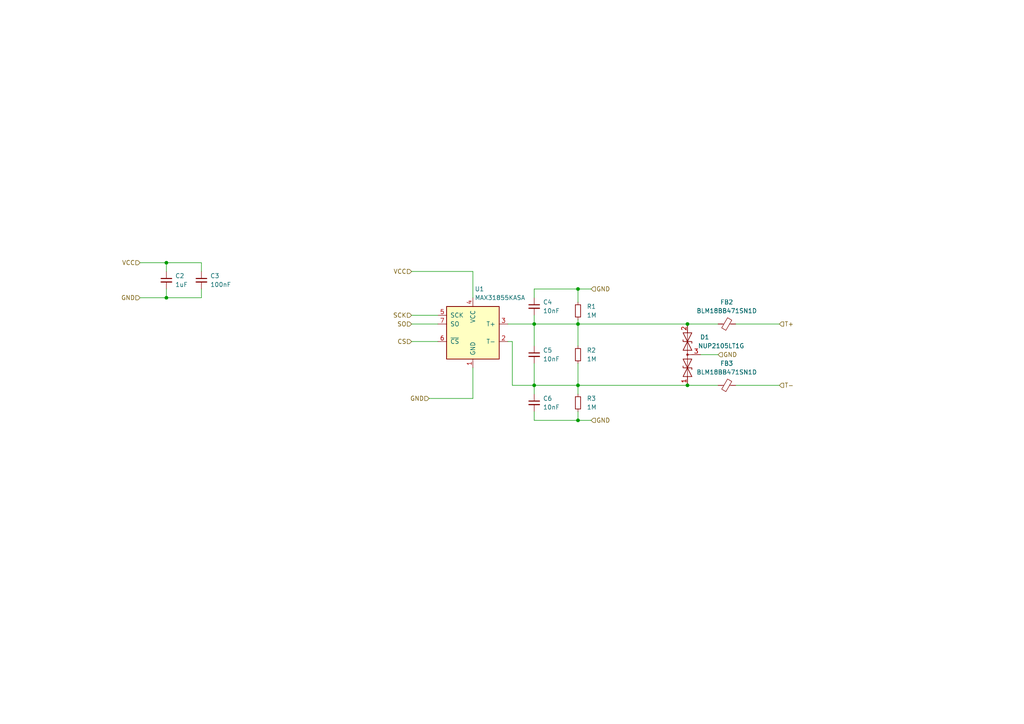
<source format=kicad_sch>
(kicad_sch (version 20211123) (generator eeschema)

  (uuid 1895faed-13c7-4877-930c-ef39a1d7419c)

  (paper "A4")

  (lib_symbols
    (symbol "Device:C_Small" (pin_numbers hide) (pin_names (offset 0.254) hide) (in_bom yes) (on_board yes)
      (property "Reference" "C" (id 0) (at 0.254 1.778 0)
        (effects (font (size 1.27 1.27)) (justify left))
      )
      (property "Value" "C_Small" (id 1) (at 0.254 -2.032 0)
        (effects (font (size 1.27 1.27)) (justify left))
      )
      (property "Footprint" "" (id 2) (at 0 0 0)
        (effects (font (size 1.27 1.27)) hide)
      )
      (property "Datasheet" "~" (id 3) (at 0 0 0)
        (effects (font (size 1.27 1.27)) hide)
      )
      (property "ki_keywords" "capacitor cap" (id 4) (at 0 0 0)
        (effects (font (size 1.27 1.27)) hide)
      )
      (property "ki_description" "Unpolarized capacitor, small symbol" (id 5) (at 0 0 0)
        (effects (font (size 1.27 1.27)) hide)
      )
      (property "ki_fp_filters" "C_*" (id 6) (at 0 0 0)
        (effects (font (size 1.27 1.27)) hide)
      )
      (symbol "C_Small_0_1"
        (polyline
          (pts
            (xy -1.524 -0.508)
            (xy 1.524 -0.508)
          )
          (stroke (width 0.3302) (type default) (color 0 0 0 0))
          (fill (type none))
        )
        (polyline
          (pts
            (xy -1.524 0.508)
            (xy 1.524 0.508)
          )
          (stroke (width 0.3048) (type default) (color 0 0 0 0))
          (fill (type none))
        )
      )
      (symbol "C_Small_1_1"
        (pin passive line (at 0 2.54 270) (length 2.032)
          (name "~" (effects (font (size 1.27 1.27))))
          (number "1" (effects (font (size 1.27 1.27))))
        )
        (pin passive line (at 0 -2.54 90) (length 2.032)
          (name "~" (effects (font (size 1.27 1.27))))
          (number "2" (effects (font (size 1.27 1.27))))
        )
      )
    )
    (symbol "Device:FerriteBead_Small" (pin_numbers hide) (pin_names (offset 0)) (in_bom yes) (on_board yes)
      (property "Reference" "FB" (id 0) (at 1.905 1.27 0)
        (effects (font (size 1.27 1.27)) (justify left))
      )
      (property "Value" "FerriteBead_Small" (id 1) (at 1.905 -1.27 0)
        (effects (font (size 1.27 1.27)) (justify left))
      )
      (property "Footprint" "" (id 2) (at -1.778 0 90)
        (effects (font (size 1.27 1.27)) hide)
      )
      (property "Datasheet" "~" (id 3) (at 0 0 0)
        (effects (font (size 1.27 1.27)) hide)
      )
      (property "ki_keywords" "L ferrite bead inductor filter" (id 4) (at 0 0 0)
        (effects (font (size 1.27 1.27)) hide)
      )
      (property "ki_description" "Ferrite bead, small symbol" (id 5) (at 0 0 0)
        (effects (font (size 1.27 1.27)) hide)
      )
      (property "ki_fp_filters" "Inductor_* L_* *Ferrite*" (id 6) (at 0 0 0)
        (effects (font (size 1.27 1.27)) hide)
      )
      (symbol "FerriteBead_Small_0_1"
        (polyline
          (pts
            (xy 0 -1.27)
            (xy 0 -0.7874)
          )
          (stroke (width 0) (type default) (color 0 0 0 0))
          (fill (type none))
        )
        (polyline
          (pts
            (xy 0 0.889)
            (xy 0 1.2954)
          )
          (stroke (width 0) (type default) (color 0 0 0 0))
          (fill (type none))
        )
        (polyline
          (pts
            (xy -1.8288 0.2794)
            (xy -1.1176 1.4986)
            (xy 1.8288 -0.2032)
            (xy 1.1176 -1.4224)
            (xy -1.8288 0.2794)
          )
          (stroke (width 0) (type default) (color 0 0 0 0))
          (fill (type none))
        )
      )
      (symbol "FerriteBead_Small_1_1"
        (pin passive line (at 0 2.54 270) (length 1.27)
          (name "~" (effects (font (size 1.27 1.27))))
          (number "1" (effects (font (size 1.27 1.27))))
        )
        (pin passive line (at 0 -2.54 90) (length 1.27)
          (name "~" (effects (font (size 1.27 1.27))))
          (number "2" (effects (font (size 1.27 1.27))))
        )
      )
    )
    (symbol "Device:R_Small" (pin_numbers hide) (pin_names (offset 0.254) hide) (in_bom yes) (on_board yes)
      (property "Reference" "R" (id 0) (at 0.762 0.508 0)
        (effects (font (size 1.27 1.27)) (justify left))
      )
      (property "Value" "R_Small" (id 1) (at 0.762 -1.016 0)
        (effects (font (size 1.27 1.27)) (justify left))
      )
      (property "Footprint" "" (id 2) (at 0 0 0)
        (effects (font (size 1.27 1.27)) hide)
      )
      (property "Datasheet" "~" (id 3) (at 0 0 0)
        (effects (font (size 1.27 1.27)) hide)
      )
      (property "ki_keywords" "R resistor" (id 4) (at 0 0 0)
        (effects (font (size 1.27 1.27)) hide)
      )
      (property "ki_description" "Resistor, small symbol" (id 5) (at 0 0 0)
        (effects (font (size 1.27 1.27)) hide)
      )
      (property "ki_fp_filters" "R_*" (id 6) (at 0 0 0)
        (effects (font (size 1.27 1.27)) hide)
      )
      (symbol "R_Small_0_1"
        (rectangle (start -0.762 1.778) (end 0.762 -1.778)
          (stroke (width 0.2032) (type default) (color 0 0 0 0))
          (fill (type none))
        )
      )
      (symbol "R_Small_1_1"
        (pin passive line (at 0 2.54 270) (length 0.762)
          (name "~" (effects (font (size 1.27 1.27))))
          (number "1" (effects (font (size 1.27 1.27))))
        )
        (pin passive line (at 0 -2.54 90) (length 0.762)
          (name "~" (effects (font (size 1.27 1.27))))
          (number "2" (effects (font (size 1.27 1.27))))
        )
      )
    )
    (symbol "Diode:SM712_SOT23" (pin_names (offset 1.016) hide) (in_bom yes) (on_board yes)
      (property "Reference" "D" (id 0) (at 0 4.445 0)
        (effects (font (size 1.27 1.27)))
      )
      (property "Value" "SM712_SOT23" (id 1) (at 0 2.54 0)
        (effects (font (size 1.27 1.27)))
      )
      (property "Footprint" "Package_TO_SOT_SMD:SOT-23" (id 2) (at 0 -8.89 0)
        (effects (font (size 1.27 1.27)) hide)
      )
      (property "Datasheet" "https://www.littelfuse.com/~/media/electronics/datasheets/tvs_diode_arrays/littelfuse_tvs_diode_array_sm712_datasheet.pdf.pdf" (id 3) (at -3.81 0 0)
        (effects (font (size 1.27 1.27)) hide)
      )
      (property "ki_keywords" "transient voltage suppressor thyrector transil" (id 4) (at 0 0 0)
        (effects (font (size 1.27 1.27)) hide)
      )
      (property "ki_description" "7V/12V, 600W Asymmetrical TVS Diode Array, SOT-23" (id 5) (at 0 0 0)
        (effects (font (size 1.27 1.27)) hide)
      )
      (property "ki_fp_filters" "SOT?23*" (id 6) (at 0 0 0)
        (effects (font (size 1.27 1.27)) hide)
      )
      (symbol "SM712_SOT23_0_0"
        (polyline
          (pts
            (xy 0 -1.27)
            (xy 0 0)
          )
          (stroke (width 0) (type default) (color 0 0 0 0))
          (fill (type none))
        )
      )
      (symbol "SM712_SOT23_0_1"
        (polyline
          (pts
            (xy -6.35 0)
            (xy 6.35 0)
          )
          (stroke (width 0) (type default) (color 0 0 0 0))
          (fill (type none))
        )
        (polyline
          (pts
            (xy -3.302 1.27)
            (xy -3.81 1.27)
            (xy -3.81 -1.27)
            (xy -4.318 -1.27)
          )
          (stroke (width 0.2032) (type default) (color 0 0 0 0))
          (fill (type none))
        )
        (polyline
          (pts
            (xy 4.318 1.27)
            (xy 3.81 1.27)
            (xy 3.81 -1.27)
            (xy 3.302 -1.27)
          )
          (stroke (width 0.2032) (type default) (color 0 0 0 0))
          (fill (type none))
        )
        (polyline
          (pts
            (xy -6.35 -1.27)
            (xy -1.27 1.27)
            (xy -1.27 -1.27)
            (xy -6.35 1.27)
            (xy -6.35 -1.27)
          )
          (stroke (width 0.2032) (type default) (color 0 0 0 0))
          (fill (type none))
        )
        (polyline
          (pts
            (xy 1.27 -1.27)
            (xy 1.27 1.27)
            (xy 6.35 -1.27)
            (xy 6.35 1.27)
            (xy 1.27 -1.27)
          )
          (stroke (width 0.2032) (type default) (color 0 0 0 0))
          (fill (type none))
        )
        (circle (center 0 0) (radius 0.254)
          (stroke (width 0) (type default) (color 0 0 0 0))
          (fill (type outline))
        )
      )
      (symbol "SM712_SOT23_1_1"
        (pin passive line (at -8.89 0 0) (length 2.54)
          (name "A1" (effects (font (size 1.27 1.27))))
          (number "1" (effects (font (size 1.27 1.27))))
        )
        (pin passive line (at 8.89 0 180) (length 2.54)
          (name "A2" (effects (font (size 1.27 1.27))))
          (number "2" (effects (font (size 1.27 1.27))))
        )
        (pin input line (at 0 -3.81 90) (length 2.54)
          (name "common" (effects (font (size 1.27 1.27))))
          (number "3" (effects (font (size 1.27 1.27))))
        )
      )
    )
    (symbol "Sensor_Temperature:MAX31855KASA" (pin_names (offset 1.016)) (in_bom yes) (on_board yes)
      (property "Reference" "U" (id 0) (at -7.62 8.89 0)
        (effects (font (size 1.27 1.27)) (justify left))
      )
      (property "Value" "MAX31855KASA" (id 1) (at 1.27 8.89 0)
        (effects (font (size 1.27 1.27)) (justify left))
      )
      (property "Footprint" "Package_SO:SOIC-8_3.9x4.9mm_P1.27mm" (id 2) (at 25.4 -8.89 0)
        (effects (font (size 1.27 1.27) italic) hide)
      )
      (property "Datasheet" "http://datasheets.maximintegrated.com/en/ds/MAX31855.pdf" (id 3) (at 0 0 0)
        (effects (font (size 1.27 1.27)) hide)
      )
      (property "ki_keywords" "Cold Junction Termocouple Interface SPI" (id 4) (at 0 0 0)
        (effects (font (size 1.27 1.27)) hide)
      )
      (property "ki_description" "Cold Junction K-type Termocouple Interface, SPI, SO8" (id 5) (at 0 0 0)
        (effects (font (size 1.27 1.27)) hide)
      )
      (property "ki_fp_filters" "SOIC*3.9x4.9mm*P1.27mm*" (id 6) (at 0 0 0)
        (effects (font (size 1.27 1.27)) hide)
      )
      (symbol "MAX31855KASA_0_1"
        (rectangle (start -7.62 7.62) (end 7.62 -7.62)
          (stroke (width 0.254) (type default) (color 0 0 0 0))
          (fill (type background))
        )
      )
      (symbol "MAX31855KASA_1_1"
        (pin power_in line (at 0 -10.16 90) (length 2.54)
          (name "GND" (effects (font (size 1.27 1.27))))
          (number "1" (effects (font (size 1.27 1.27))))
        )
        (pin passive line (at -10.16 -2.54 0) (length 2.54)
          (name "T-" (effects (font (size 1.27 1.27))))
          (number "2" (effects (font (size 1.27 1.27))))
        )
        (pin passive line (at -10.16 2.54 0) (length 2.54)
          (name "T+" (effects (font (size 1.27 1.27))))
          (number "3" (effects (font (size 1.27 1.27))))
        )
        (pin power_in line (at 0 10.16 270) (length 2.54)
          (name "VCC" (effects (font (size 1.27 1.27))))
          (number "4" (effects (font (size 1.27 1.27))))
        )
        (pin input line (at 10.16 5.08 180) (length 2.54)
          (name "SCK" (effects (font (size 1.27 1.27))))
          (number "5" (effects (font (size 1.27 1.27))))
        )
        (pin input line (at 10.16 -2.54 180) (length 2.54)
          (name "~{CS}" (effects (font (size 1.27 1.27))))
          (number "6" (effects (font (size 1.27 1.27))))
        )
        (pin tri_state line (at 10.16 2.54 180) (length 2.54)
          (name "SO" (effects (font (size 1.27 1.27))))
          (number "7" (effects (font (size 1.27 1.27))))
        )
      )
    )
  )

  (junction (at 199.39 93.98) (diameter 0) (color 0 0 0 0)
    (uuid 07095bf9-3086-4dee-9fe9-df646e71f4fc)
  )
  (junction (at 167.64 83.82) (diameter 0) (color 0 0 0 0)
    (uuid 15281668-61b2-4d28-be0d-ea72bdccecc1)
  )
  (junction (at 48.26 76.2) (diameter 0) (color 0 0 0 0)
    (uuid 212da851-77fd-45da-a845-322016a4f85e)
  )
  (junction (at 167.64 121.92) (diameter 0) (color 0 0 0 0)
    (uuid 573e4a49-f202-40cf-b829-d41fd8ee13eb)
  )
  (junction (at 154.94 93.98) (diameter 0) (color 0 0 0 0)
    (uuid 65fb93ff-85f6-47c5-b0fd-8c199e729452)
  )
  (junction (at 199.39 111.76) (diameter 0) (color 0 0 0 0)
    (uuid 783cbb16-b60c-4a78-bc82-2f44c2277962)
  )
  (junction (at 48.26 86.36) (diameter 0) (color 0 0 0 0)
    (uuid 9d163486-f7b0-4735-bcfa-f6e8f14a6187)
  )
  (junction (at 167.64 111.76) (diameter 0) (color 0 0 0 0)
    (uuid bea16f0c-e40e-4b0b-9d35-185d1a671b0a)
  )
  (junction (at 154.94 111.76) (diameter 0) (color 0 0 0 0)
    (uuid db16ae9f-9175-448d-b895-40920565e24c)
  )
  (junction (at 167.64 93.98) (diameter 0) (color 0 0 0 0)
    (uuid dd5059d9-7b22-4051-b246-b5c94e1bc3f8)
  )

  (wire (pts (xy 167.64 111.76) (xy 199.39 111.76))
    (stroke (width 0) (type default) (color 0 0 0 0))
    (uuid 066ab98d-3908-4ff0-b5ed-ec69b7f2d733)
  )
  (wire (pts (xy 167.64 105.41) (xy 167.64 111.76))
    (stroke (width 0) (type default) (color 0 0 0 0))
    (uuid 06fd8057-f8a1-48c9-8b73-b6957816fbfc)
  )
  (wire (pts (xy 167.64 93.98) (xy 167.64 100.33))
    (stroke (width 0) (type default) (color 0 0 0 0))
    (uuid 125d54fa-27ca-4ad4-98b6-4d018d2df7c2)
  )
  (wire (pts (xy 167.64 119.38) (xy 167.64 121.92))
    (stroke (width 0) (type default) (color 0 0 0 0))
    (uuid 28890a48-588a-4f1f-86a4-f6415f9a1269)
  )
  (wire (pts (xy 147.32 93.98) (xy 154.94 93.98))
    (stroke (width 0) (type default) (color 0 0 0 0))
    (uuid 2a99f48a-6d10-4a35-aecd-da06a5ddd200)
  )
  (wire (pts (xy 167.64 83.82) (xy 154.94 83.82))
    (stroke (width 0) (type default) (color 0 0 0 0))
    (uuid 2b81f0d0-babd-4075-b3ea-908971bbe4c7)
  )
  (wire (pts (xy 48.26 76.2) (xy 48.26 78.74))
    (stroke (width 0) (type default) (color 0 0 0 0))
    (uuid 303b0dc3-9fc8-4e22-aed5-9eb049aaf558)
  )
  (wire (pts (xy 148.59 111.76) (xy 148.59 99.06))
    (stroke (width 0) (type default) (color 0 0 0 0))
    (uuid 32c03936-b6b1-4547-ba3b-891d5bae643b)
  )
  (wire (pts (xy 167.64 93.98) (xy 199.39 93.98))
    (stroke (width 0) (type default) (color 0 0 0 0))
    (uuid 37acd586-ce3f-43f3-b78a-be99bfa61661)
  )
  (wire (pts (xy 154.94 111.76) (xy 167.64 111.76))
    (stroke (width 0) (type default) (color 0 0 0 0))
    (uuid 3a914a49-d6c9-4141-9209-22680a081d1b)
  )
  (wire (pts (xy 154.94 93.98) (xy 167.64 93.98))
    (stroke (width 0) (type default) (color 0 0 0 0))
    (uuid 4dd5c2f1-a4aa-41d4-8b2f-53c9b9973cd5)
  )
  (wire (pts (xy 119.38 99.06) (xy 127 99.06))
    (stroke (width 0) (type default) (color 0 0 0 0))
    (uuid 4e031f08-4593-4eab-9073-6bd849ae85dc)
  )
  (wire (pts (xy 58.42 86.36) (xy 58.42 83.82))
    (stroke (width 0) (type default) (color 0 0 0 0))
    (uuid 51c73d3f-262b-452b-a367-8fc88bff4271)
  )
  (wire (pts (xy 137.16 115.57) (xy 137.16 106.68))
    (stroke (width 0) (type default) (color 0 0 0 0))
    (uuid 564ed71b-6a45-436e-8874-f08945c304d9)
  )
  (wire (pts (xy 48.26 83.82) (xy 48.26 86.36))
    (stroke (width 0) (type default) (color 0 0 0 0))
    (uuid 56fcb0c9-d5a6-4c81-ab73-12b31d63add9)
  )
  (wire (pts (xy 167.64 121.92) (xy 154.94 121.92))
    (stroke (width 0) (type default) (color 0 0 0 0))
    (uuid 5e4bdc04-dff2-4089-be58-0f594bc1e236)
  )
  (wire (pts (xy 48.26 76.2) (xy 58.42 76.2))
    (stroke (width 0) (type default) (color 0 0 0 0))
    (uuid 658f59ab-a711-4982-a4ad-6bb023172f12)
  )
  (wire (pts (xy 40.64 86.36) (xy 48.26 86.36))
    (stroke (width 0) (type default) (color 0 0 0 0))
    (uuid 6bf3d2ee-e41c-4077-8cea-60bf64fa6110)
  )
  (wire (pts (xy 148.59 99.06) (xy 147.32 99.06))
    (stroke (width 0) (type default) (color 0 0 0 0))
    (uuid 6f86e9f7-90f7-44fa-9f49-f4d857839369)
  )
  (wire (pts (xy 119.38 78.74) (xy 137.16 78.74))
    (stroke (width 0) (type default) (color 0 0 0 0))
    (uuid 72b63c92-eaa0-4e7b-b12d-0d624400044d)
  )
  (wire (pts (xy 58.42 76.2) (xy 58.42 78.74))
    (stroke (width 0) (type default) (color 0 0 0 0))
    (uuid 7862cfe8-27a0-4970-8841-9325f2f92976)
  )
  (wire (pts (xy 119.38 93.98) (xy 127 93.98))
    (stroke (width 0) (type default) (color 0 0 0 0))
    (uuid 87cf6419-bbaf-4acc-9ecb-2eff820f278f)
  )
  (wire (pts (xy 40.64 76.2) (xy 48.26 76.2))
    (stroke (width 0) (type default) (color 0 0 0 0))
    (uuid 88c6ec88-5343-4c76-b5ca-612ad465def8)
  )
  (wire (pts (xy 171.45 83.82) (xy 167.64 83.82))
    (stroke (width 0) (type default) (color 0 0 0 0))
    (uuid 8cbcfeef-71e7-4446-b160-365373c4083e)
  )
  (wire (pts (xy 154.94 105.41) (xy 154.94 111.76))
    (stroke (width 0) (type default) (color 0 0 0 0))
    (uuid 8f86f68f-a110-49af-9f33-503f253e02dd)
  )
  (wire (pts (xy 167.64 83.82) (xy 167.64 87.63))
    (stroke (width 0) (type default) (color 0 0 0 0))
    (uuid 998d14ce-df33-4f76-84ae-6f334acefe7d)
  )
  (wire (pts (xy 154.94 111.76) (xy 154.94 114.3))
    (stroke (width 0) (type default) (color 0 0 0 0))
    (uuid 9cbbc917-6613-4a63-aba7-87ebd5ecfab5)
  )
  (wire (pts (xy 154.94 93.98) (xy 154.94 100.33))
    (stroke (width 0) (type default) (color 0 0 0 0))
    (uuid a22fb501-815b-4305-b046-134fd0d3803f)
  )
  (wire (pts (xy 203.2 102.87) (xy 208.28 102.87))
    (stroke (width 0) (type default) (color 0 0 0 0))
    (uuid a6048b8f-5fd4-478f-9b0c-28b7c2bacff4)
  )
  (wire (pts (xy 213.36 93.98) (xy 226.06 93.98))
    (stroke (width 0) (type default) (color 0 0 0 0))
    (uuid a7bde02d-da57-413c-ae73-146d119ad730)
  )
  (wire (pts (xy 119.38 91.44) (xy 127 91.44))
    (stroke (width 0) (type default) (color 0 0 0 0))
    (uuid ad31c919-ebf8-4a08-a6fc-68742da07ad8)
  )
  (wire (pts (xy 48.26 86.36) (xy 58.42 86.36))
    (stroke (width 0) (type default) (color 0 0 0 0))
    (uuid aea3cb5d-005a-4b5c-8e4e-a3dce4a155d8)
  )
  (wire (pts (xy 199.39 111.76) (xy 208.28 111.76))
    (stroke (width 0) (type default) (color 0 0 0 0))
    (uuid b6e8173f-4df2-4cb8-bff7-3e218029c7a3)
  )
  (wire (pts (xy 213.36 111.76) (xy 226.06 111.76))
    (stroke (width 0) (type default) (color 0 0 0 0))
    (uuid be30303c-9bfb-4491-b1be-117948b23636)
  )
  (wire (pts (xy 124.46 115.57) (xy 137.16 115.57))
    (stroke (width 0) (type default) (color 0 0 0 0))
    (uuid bfc7c16d-2414-428b-a72f-65b8edef1235)
  )
  (wire (pts (xy 171.45 121.92) (xy 167.64 121.92))
    (stroke (width 0) (type default) (color 0 0 0 0))
    (uuid c0e00908-4add-4fb8-ac99-3701624c3b30)
  )
  (wire (pts (xy 154.94 121.92) (xy 154.94 119.38))
    (stroke (width 0) (type default) (color 0 0 0 0))
    (uuid d558a26a-66e8-4704-b3c4-3698d000f173)
  )
  (wire (pts (xy 137.16 78.74) (xy 137.16 86.36))
    (stroke (width 0) (type default) (color 0 0 0 0))
    (uuid dbfdd455-ee0e-4ed0-b6e6-9e3e6ce6461c)
  )
  (wire (pts (xy 167.64 111.76) (xy 167.64 114.3))
    (stroke (width 0) (type default) (color 0 0 0 0))
    (uuid e28fb0bb-e4fc-4a33-b2b1-0ba4233f221a)
  )
  (wire (pts (xy 154.94 91.44) (xy 154.94 93.98))
    (stroke (width 0) (type default) (color 0 0 0 0))
    (uuid e2e0f64d-076c-40a8-a729-a2855e992c23)
  )
  (wire (pts (xy 167.64 92.71) (xy 167.64 93.98))
    (stroke (width 0) (type default) (color 0 0 0 0))
    (uuid f153d784-f31e-4a2f-8058-abaf5dbd429e)
  )
  (wire (pts (xy 148.59 111.76) (xy 154.94 111.76))
    (stroke (width 0) (type default) (color 0 0 0 0))
    (uuid f748abd1-2b8e-43d2-bbb9-e3311c1d494b)
  )
  (wire (pts (xy 199.39 93.98) (xy 208.28 93.98))
    (stroke (width 0) (type default) (color 0 0 0 0))
    (uuid fadc11a8-6121-428d-a7a8-1be6738b4f5d)
  )
  (wire (pts (xy 154.94 83.82) (xy 154.94 86.36))
    (stroke (width 0) (type default) (color 0 0 0 0))
    (uuid fb681a1c-4668-4410-904d-95a25b79a5d8)
  )

  (hierarchical_label "VCC" (shape input) (at 40.64 76.2 180)
    (effects (font (size 1.27 1.27)) (justify right))
    (uuid 07faef27-05ea-46d4-98a4-1c7c389e5a3e)
  )
  (hierarchical_label "VCC" (shape input) (at 119.38 78.74 180)
    (effects (font (size 1.27 1.27)) (justify right))
    (uuid 38c2f8df-d588-46ab-8c31-640b1f2f033a)
  )
  (hierarchical_label "GND" (shape input) (at 124.46 115.57 180)
    (effects (font (size 1.27 1.27)) (justify right))
    (uuid 3a157695-9c71-4123-9d47-e9f157bde643)
  )
  (hierarchical_label "SCK" (shape input) (at 119.38 91.44 180)
    (effects (font (size 1.27 1.27)) (justify right))
    (uuid 41e98d69-db27-4364-ae81-97930e22df21)
  )
  (hierarchical_label "T-" (shape input) (at 226.06 111.76 0)
    (effects (font (size 1.27 1.27)) (justify left))
    (uuid 569d3216-8f55-4c0e-b975-b61e03c7dba4)
  )
  (hierarchical_label "GND" (shape input) (at 171.45 121.92 0)
    (effects (font (size 1.27 1.27)) (justify left))
    (uuid 5f1f46b4-c75b-4f37-9dc3-c87106246ed3)
  )
  (hierarchical_label "GND" (shape input) (at 208.28 102.87 0)
    (effects (font (size 1.27 1.27)) (justify left))
    (uuid 734a0818-cb2e-4a0a-9c43-4bf7fdfba586)
  )
  (hierarchical_label "GND" (shape input) (at 171.45 83.82 0)
    (effects (font (size 1.27 1.27)) (justify left))
    (uuid 979f4d2f-98ff-4010-ab6e-2c90f4332096)
  )
  (hierarchical_label "CS" (shape input) (at 119.38 99.06 180)
    (effects (font (size 1.27 1.27)) (justify right))
    (uuid 9906749b-d698-4233-803e-ace6d1aa9b67)
  )
  (hierarchical_label "GND" (shape input) (at 40.64 86.36 180)
    (effects (font (size 1.27 1.27)) (justify right))
    (uuid be47c9e4-2d69-4d72-b758-c83399de541a)
  )
  (hierarchical_label "T+" (shape input) (at 226.06 93.98 0)
    (effects (font (size 1.27 1.27)) (justify left))
    (uuid caead3e4-fc08-43d0-8492-bd6a819b7976)
  )
  (hierarchical_label "SO" (shape input) (at 119.38 93.98 180)
    (effects (font (size 1.27 1.27)) (justify right))
    (uuid d69b36fb-0529-4c95-af01-30f4c9255d19)
  )

  (symbol (lib_id "Device:FerriteBead_Small") (at 210.82 93.98 90) (unit 1)
    (in_bom yes) (on_board yes) (fields_autoplaced)
    (uuid 0706dd2e-f8cf-4e73-8b72-c8e2a9ab0260)
    (property "Reference" "FB2" (id 0) (at 210.7819 87.63 90))
    (property "Value" "BLM18BB471SN1D" (id 1) (at 210.7819 90.17 90))
    (property "Footprint" "Inductor_SMD:L_0603_1608Metric" (id 2) (at 210.82 95.758 90)
      (effects (font (size 1.27 1.27)) hide)
    )
    (property "Datasheet" "SCH" (id 3) (at 210.82 93.98 0)
      (effects (font (size 1.27 1.27)) hide)
    )
    (pin "1" (uuid b975f69a-f341-4441-8c20-253a16a93a89))
    (pin "2" (uuid 5efd39dd-8859-4f30-afb3-0cf89caac2ff))
  )

  (symbol (lib_id "Device:R_Small") (at 167.64 116.84 0) (unit 1)
    (in_bom yes) (on_board yes) (fields_autoplaced)
    (uuid 0fbacd9c-d075-4243-a405-92daf859c04d)
    (property "Reference" "R3" (id 0) (at 170.18 115.5699 0)
      (effects (font (size 1.27 1.27)) (justify left))
    )
    (property "Value" "1M" (id 1) (at 170.18 118.1099 0)
      (effects (font (size 1.27 1.27)) (justify left))
    )
    (property "Footprint" "Resistor_SMD:R_0603_1608Metric" (id 2) (at 167.64 116.84 0)
      (effects (font (size 1.27 1.27)) hide)
    )
    (property "Datasheet" "~" (id 3) (at 167.64 116.84 0)
      (effects (font (size 1.27 1.27)) hide)
    )
    (pin "1" (uuid 508ee170-b62a-4944-969a-0f8ada845488))
    (pin "2" (uuid b4c97752-1b40-403d-8974-ff04bc184bd4))
  )

  (symbol (lib_id "Device:C_Small") (at 58.42 81.28 0) (unit 1)
    (in_bom yes) (on_board yes) (fields_autoplaced)
    (uuid 584f1923-b92d-47a1-9b40-79c4fadffbaa)
    (property "Reference" "C3" (id 0) (at 60.96 80.0162 0)
      (effects (font (size 1.27 1.27)) (justify left))
    )
    (property "Value" "100nF" (id 1) (at 60.96 82.5562 0)
      (effects (font (size 1.27 1.27)) (justify left))
    )
    (property "Footprint" "Capacitor_SMD:C_0603_1608Metric" (id 2) (at 58.42 81.28 0)
      (effects (font (size 1.27 1.27)) hide)
    )
    (property "Datasheet" "~" (id 3) (at 58.42 81.28 0)
      (effects (font (size 1.27 1.27)) hide)
    )
    (pin "1" (uuid de8e2b33-eb78-44a3-a1e1-d72f713c4668))
    (pin "2" (uuid 987a468f-4152-407b-8032-8e115747a480))
  )

  (symbol (lib_id "Device:R_Small") (at 167.64 102.87 0) (unit 1)
    (in_bom yes) (on_board yes) (fields_autoplaced)
    (uuid 7f9b4a22-4555-46fa-990a-3ffd39a2859d)
    (property "Reference" "R2" (id 0) (at 170.18 101.5999 0)
      (effects (font (size 1.27 1.27)) (justify left))
    )
    (property "Value" "1M" (id 1) (at 170.18 104.1399 0)
      (effects (font (size 1.27 1.27)) (justify left))
    )
    (property "Footprint" "Resistor_SMD:R_0603_1608Metric" (id 2) (at 167.64 102.87 0)
      (effects (font (size 1.27 1.27)) hide)
    )
    (property "Datasheet" "~" (id 3) (at 167.64 102.87 0)
      (effects (font (size 1.27 1.27)) hide)
    )
    (pin "1" (uuid 59d6b608-081d-4d5f-b8a3-3e3bf80bd172))
    (pin "2" (uuid fb3cb4a2-cb0a-45a2-a2d2-3647c91fc717))
  )

  (symbol (lib_id "Device:C_Small") (at 154.94 102.87 0) (unit 1)
    (in_bom yes) (on_board yes) (fields_autoplaced)
    (uuid 8d447976-934e-4f9d-8b7d-a2f49e75abb3)
    (property "Reference" "C5" (id 0) (at 157.48 101.6062 0)
      (effects (font (size 1.27 1.27)) (justify left))
    )
    (property "Value" "10nF" (id 1) (at 157.48 104.1462 0)
      (effects (font (size 1.27 1.27)) (justify left))
    )
    (property "Footprint" "Capacitor_SMD:C_0603_1608Metric" (id 2) (at 154.94 102.87 0)
      (effects (font (size 1.27 1.27)) hide)
    )
    (property "Datasheet" "~" (id 3) (at 154.94 102.87 0)
      (effects (font (size 1.27 1.27)) hide)
    )
    (pin "1" (uuid 936751a4-1f96-48de-aae6-42e19942c247))
    (pin "2" (uuid 99f0fb07-0fa3-4181-a29a-4d3c9f78cdd8))
  )

  (symbol (lib_id "Device:C_Small") (at 154.94 88.9 0) (unit 1)
    (in_bom yes) (on_board yes) (fields_autoplaced)
    (uuid 9761fc61-088f-4bb7-b9a6-1c5131731c75)
    (property "Reference" "C4" (id 0) (at 157.48 87.6362 0)
      (effects (font (size 1.27 1.27)) (justify left))
    )
    (property "Value" "10nF" (id 1) (at 157.48 90.1762 0)
      (effects (font (size 1.27 1.27)) (justify left))
    )
    (property "Footprint" "Capacitor_SMD:C_0603_1608Metric" (id 2) (at 154.94 88.9 0)
      (effects (font (size 1.27 1.27)) hide)
    )
    (property "Datasheet" "~" (id 3) (at 154.94 88.9 0)
      (effects (font (size 1.27 1.27)) hide)
    )
    (pin "1" (uuid 97ef2e51-c1cd-44b7-b5c2-0723f88c4e8c))
    (pin "2" (uuid e30e1c8e-9b83-4a4a-9be1-b91b0bc13798))
  )

  (symbol (lib_id "Device:R_Small") (at 167.64 90.17 0) (unit 1)
    (in_bom yes) (on_board yes) (fields_autoplaced)
    (uuid dca4492f-ebe3-4f53-8e63-ca836654d7ab)
    (property "Reference" "R1" (id 0) (at 170.18 88.8999 0)
      (effects (font (size 1.27 1.27)) (justify left))
    )
    (property "Value" "1M" (id 1) (at 170.18 91.4399 0)
      (effects (font (size 1.27 1.27)) (justify left))
    )
    (property "Footprint" "Resistor_SMD:R_0603_1608Metric" (id 2) (at 167.64 90.17 0)
      (effects (font (size 1.27 1.27)) hide)
    )
    (property "Datasheet" "~" (id 3) (at 167.64 90.17 0)
      (effects (font (size 1.27 1.27)) hide)
    )
    (pin "1" (uuid 6dd72451-facb-45fe-a4fc-671a76bccb67))
    (pin "2" (uuid 9a3ea448-abe3-482e-a89f-97707d65a520))
  )

  (symbol (lib_id "Diode:SM712_SOT23") (at 199.39 102.87 90) (unit 1)
    (in_bom yes) (on_board yes)
    (uuid deb01f54-65a8-4967-95f2-fd7a79daa120)
    (property "Reference" "D1" (id 0) (at 205.74 97.79 90)
      (effects (font (size 1.27 1.27)) (justify left))
    )
    (property "Value" "NUP2105LT1G" (id 1) (at 215.9 100.33 90)
      (effects (font (size 1.27 1.27)) (justify left))
    )
    (property "Footprint" "Package_TO_SOT_SMD:SOT-23" (id 2) (at 208.28 102.87 0)
      (effects (font (size 1.27 1.27)) hide)
    )
    (property "Datasheet" "" (id 3) (at 199.39 106.68 0)
      (effects (font (size 1.27 1.27)) hide)
    )
    (property "MPN" "NUP2105LT1G" (id 4) (at 199.39 102.87 90)
      (effects (font (size 1.27 1.27)) hide)
    )
    (pin "1" (uuid f5a5dab5-3519-4a87-bd1e-a08d5f91c239))
    (pin "2" (uuid f91524d6-d13f-4136-8867-8597005ff05b))
    (pin "3" (uuid a9fc155b-e3a0-4200-979d-9214936df7b1))
  )

  (symbol (lib_id "Sensor_Temperature:MAX31855KASA") (at 137.16 96.52 0) (mirror y) (unit 1)
    (in_bom yes) (on_board yes) (fields_autoplaced)
    (uuid e58b9bfe-1945-443d-aa52-4011ac35c572)
    (property "Reference" "U1" (id 0) (at 137.6806 83.82 0)
      (effects (font (size 1.27 1.27)) (justify right))
    )
    (property "Value" "MAX31855KASA" (id 1) (at 137.6806 86.36 0)
      (effects (font (size 1.27 1.27)) (justify right))
    )
    (property "Footprint" "Package_SO:SOIC-8_3.9x4.9mm_P1.27mm" (id 2) (at 111.76 105.41 0)
      (effects (font (size 1.27 1.27) italic) hide)
    )
    (property "Datasheet" "http://datasheets.maximintegrated.com/en/ds/MAX31855.pdf" (id 3) (at 137.16 96.52 0)
      (effects (font (size 1.27 1.27)) hide)
    )
    (pin "1" (uuid 30e59ad4-c3b6-47a8-ba87-bff4ec09a357))
    (pin "2" (uuid 5047a713-d869-4c10-b8c4-5844a1682b61))
    (pin "3" (uuid 8b588dbe-9be2-47b3-8fa8-1df11615917e))
    (pin "4" (uuid c6ee7053-8112-4c07-b5ce-5d1daa8c394e))
    (pin "5" (uuid f84ce130-1a03-41f6-ac47-e87b695addfd))
    (pin "6" (uuid 72c71966-6678-4f0b-8824-a4add37b2bf3))
    (pin "7" (uuid 5f87e720-8dd9-48b1-a228-a397a5b837e8))
  )

  (symbol (lib_id "Device:C_Small") (at 154.94 116.84 0) (unit 1)
    (in_bom yes) (on_board yes) (fields_autoplaced)
    (uuid ee388242-8e87-4b42-b71b-6055693f8277)
    (property "Reference" "C6" (id 0) (at 157.48 115.5762 0)
      (effects (font (size 1.27 1.27)) (justify left))
    )
    (property "Value" "10nF" (id 1) (at 157.48 118.1162 0)
      (effects (font (size 1.27 1.27)) (justify left))
    )
    (property "Footprint" "Capacitor_SMD:C_0603_1608Metric" (id 2) (at 154.94 116.84 0)
      (effects (font (size 1.27 1.27)) hide)
    )
    (property "Datasheet" "~" (id 3) (at 154.94 116.84 0)
      (effects (font (size 1.27 1.27)) hide)
    )
    (pin "1" (uuid 27ba645a-fc7b-42e5-9fc1-bf4cae04277b))
    (pin "2" (uuid 6e89f4ba-622d-4955-bbfe-6be797d01a99))
  )

  (symbol (lib_id "Device:FerriteBead_Small") (at 210.82 111.76 90) (unit 1)
    (in_bom yes) (on_board yes) (fields_autoplaced)
    (uuid efebb303-2646-4909-ae59-52d7613400fc)
    (property "Reference" "FB3" (id 0) (at 210.7819 105.41 90))
    (property "Value" "BLM18BB471SN1D" (id 1) (at 210.7819 107.95 90))
    (property "Footprint" "Inductor_SMD:L_0603_1608Metric" (id 2) (at 210.82 113.538 90)
      (effects (font (size 1.27 1.27)) hide)
    )
    (property "Datasheet" "SCH" (id 3) (at 210.82 111.76 0)
      (effects (font (size 1.27 1.27)) hide)
    )
    (pin "1" (uuid f787dbda-9775-4e32-ae41-9fc81f8d1214))
    (pin "2" (uuid fbdc799f-0c4a-430a-aa97-ea1f9ec47c10))
  )

  (symbol (lib_id "Device:C_Small") (at 48.26 81.28 0) (unit 1)
    (in_bom yes) (on_board yes) (fields_autoplaced)
    (uuid f8706a7c-4aa7-43c4-9dce-7c554a5fba2a)
    (property "Reference" "C2" (id 0) (at 50.8 80.0162 0)
      (effects (font (size 1.27 1.27)) (justify left))
    )
    (property "Value" "1uF" (id 1) (at 50.8 82.5562 0)
      (effects (font (size 1.27 1.27)) (justify left))
    )
    (property "Footprint" "Capacitor_SMD:C_0603_1608Metric" (id 2) (at 48.26 81.28 0)
      (effects (font (size 1.27 1.27)) hide)
    )
    (property "Datasheet" "~" (id 3) (at 48.26 81.28 0)
      (effects (font (size 1.27 1.27)) hide)
    )
    (pin "1" (uuid 78325e66-6943-414c-b61a-402bc6be00d1))
    (pin "2" (uuid eb061589-d29f-4296-8abb-cb491327497e))
  )
)

</source>
